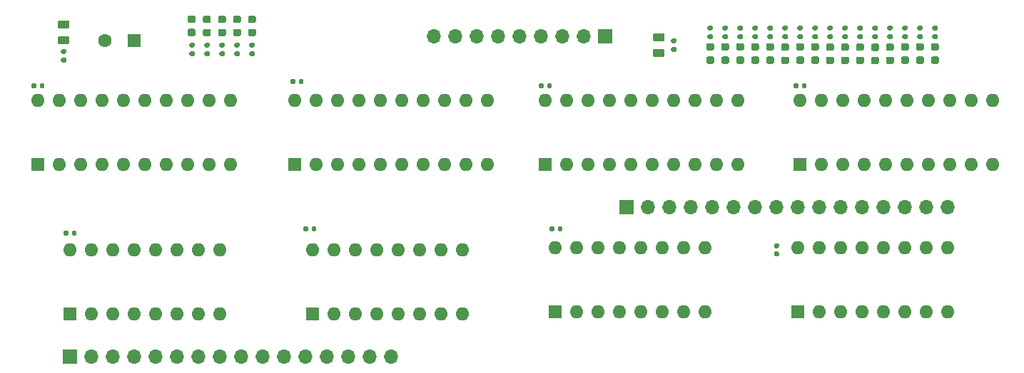
<source format=gbr>
%TF.GenerationSoftware,KiCad,Pcbnew,(5.1.10-1-10_14)*%
%TF.CreationDate,2021-09-30T18:38:52-04:00*%
%TF.ProjectId,address-register,61646472-6573-4732-9d72-656769737465,rev?*%
%TF.SameCoordinates,Original*%
%TF.FileFunction,Soldermask,Top*%
%TF.FilePolarity,Negative*%
%FSLAX46Y46*%
G04 Gerber Fmt 4.6, Leading zero omitted, Abs format (unit mm)*
G04 Created by KiCad (PCBNEW (5.1.10-1-10_14)) date 2021-09-30 18:38:52*
%MOMM*%
%LPD*%
G01*
G04 APERTURE LIST*
%ADD10O,1.600000X1.600000*%
%ADD11R,1.600000X1.600000*%
%ADD12C,1.600000*%
%ADD13O,1.700000X1.700000*%
%ADD14R,1.700000X1.700000*%
G04 APERTURE END LIST*
D10*
%TO.C,U7*%
X226060000Y-182118000D03*
X248920000Y-189738000D03*
X228600000Y-182118000D03*
X246380000Y-189738000D03*
X231140000Y-182118000D03*
X243840000Y-189738000D03*
X233680000Y-182118000D03*
X241300000Y-189738000D03*
X236220000Y-182118000D03*
X238760000Y-189738000D03*
X238760000Y-182118000D03*
X236220000Y-189738000D03*
X241300000Y-182118000D03*
X233680000Y-189738000D03*
X243840000Y-182118000D03*
X231140000Y-189738000D03*
X246380000Y-182118000D03*
X228600000Y-189738000D03*
X248920000Y-182118000D03*
D11*
X226060000Y-189738000D03*
%TD*%
D10*
%TO.C,U6*%
X195834000Y-182118000D03*
X218694000Y-189738000D03*
X198374000Y-182118000D03*
X216154000Y-189738000D03*
X200914000Y-182118000D03*
X213614000Y-189738000D03*
X203454000Y-182118000D03*
X211074000Y-189738000D03*
X205994000Y-182118000D03*
X208534000Y-189738000D03*
X208534000Y-182118000D03*
X205994000Y-189738000D03*
X211074000Y-182118000D03*
X203454000Y-189738000D03*
X213614000Y-182118000D03*
X200914000Y-189738000D03*
X216154000Y-182118000D03*
X198374000Y-189738000D03*
X218694000Y-182118000D03*
D11*
X195834000Y-189738000D03*
%TD*%
D10*
%TO.C,U3*%
X166116000Y-182118000D03*
X188976000Y-189738000D03*
X168656000Y-182118000D03*
X186436000Y-189738000D03*
X171196000Y-182118000D03*
X183896000Y-189738000D03*
X173736000Y-182118000D03*
X181356000Y-189738000D03*
X176276000Y-182118000D03*
X178816000Y-189738000D03*
X178816000Y-182118000D03*
X176276000Y-189738000D03*
X181356000Y-182118000D03*
X173736000Y-189738000D03*
X183896000Y-182118000D03*
X171196000Y-189738000D03*
X186436000Y-182118000D03*
X168656000Y-189738000D03*
X188976000Y-182118000D03*
D11*
X166116000Y-189738000D03*
%TD*%
D10*
%TO.C,U2*%
X135636000Y-182118000D03*
X158496000Y-189738000D03*
X138176000Y-182118000D03*
X155956000Y-189738000D03*
X140716000Y-182118000D03*
X153416000Y-189738000D03*
X143256000Y-182118000D03*
X150876000Y-189738000D03*
X145796000Y-182118000D03*
X148336000Y-189738000D03*
X148336000Y-182118000D03*
X145796000Y-189738000D03*
X150876000Y-182118000D03*
X143256000Y-189738000D03*
X153416000Y-182118000D03*
X140716000Y-189738000D03*
X155956000Y-182118000D03*
X138176000Y-189738000D03*
X158496000Y-182118000D03*
D11*
X135636000Y-189738000D03*
%TD*%
D12*
%TO.C,C1*%
X143566000Y-175006000D03*
D11*
X147066000Y-175006000D03*
%TD*%
D13*
%TO.C,J3*%
X243586000Y-194818000D03*
X241046000Y-194818000D03*
X238506000Y-194818000D03*
X235966000Y-194818000D03*
X233426000Y-194818000D03*
X230886000Y-194818000D03*
X228346000Y-194818000D03*
X225806000Y-194818000D03*
X223266000Y-194818000D03*
X220726000Y-194818000D03*
X218186000Y-194818000D03*
X215646000Y-194818000D03*
X213106000Y-194818000D03*
X210566000Y-194818000D03*
X208026000Y-194818000D03*
D14*
X205486000Y-194818000D03*
%TD*%
D13*
%TO.C,J2*%
X177546000Y-212598000D03*
X175006000Y-212598000D03*
X172466000Y-212598000D03*
X169926000Y-212598000D03*
X167386000Y-212598000D03*
X164846000Y-212598000D03*
X162306000Y-212598000D03*
X159766000Y-212598000D03*
X157226000Y-212598000D03*
X154686000Y-212598000D03*
X152146000Y-212598000D03*
X149606000Y-212598000D03*
X147066000Y-212598000D03*
X144526000Y-212598000D03*
X141986000Y-212598000D03*
D14*
X139446000Y-212598000D03*
%TD*%
D10*
%TO.C,U8*%
X225806000Y-199636000D03*
X243586000Y-207256000D03*
X228346000Y-199636000D03*
X241046000Y-207256000D03*
X230886000Y-199636000D03*
X238506000Y-207256000D03*
X233426000Y-199636000D03*
X235966000Y-207256000D03*
X235966000Y-199636000D03*
X233426000Y-207256000D03*
X238506000Y-199636000D03*
X230886000Y-207256000D03*
X241046000Y-199636000D03*
X228346000Y-207256000D03*
X243586000Y-199636000D03*
D11*
X225806000Y-207256000D03*
%TD*%
D10*
%TO.C,U5*%
X197019332Y-199644000D03*
X214799332Y-207264000D03*
X199559332Y-199644000D03*
X212259332Y-207264000D03*
X202099332Y-199644000D03*
X209719332Y-207264000D03*
X204639332Y-199644000D03*
X207179332Y-207264000D03*
X207179332Y-199644000D03*
X204639332Y-207264000D03*
X209719332Y-199644000D03*
X202099332Y-207264000D03*
X212259332Y-199644000D03*
X199559332Y-207264000D03*
X214799332Y-199644000D03*
D11*
X197019332Y-207264000D03*
%TD*%
D10*
%TO.C,U4*%
X168232666Y-199898000D03*
X186012666Y-207518000D03*
X170772666Y-199898000D03*
X183472666Y-207518000D03*
X173312666Y-199898000D03*
X180932666Y-207518000D03*
X175852666Y-199898000D03*
X178392666Y-207518000D03*
X178392666Y-199898000D03*
X175852666Y-207518000D03*
X180932666Y-199898000D03*
X173312666Y-207518000D03*
X183472666Y-199898000D03*
X170772666Y-207518000D03*
X186012666Y-199898000D03*
D11*
X168232666Y-207518000D03*
%TD*%
D10*
%TO.C,U1*%
X139446000Y-199898000D03*
X157226000Y-207518000D03*
X141986000Y-199898000D03*
X154686000Y-207518000D03*
X144526000Y-199898000D03*
X152146000Y-207518000D03*
X147066000Y-199898000D03*
X149606000Y-207518000D03*
X149606000Y-199898000D03*
X147066000Y-207518000D03*
X152146000Y-199898000D03*
X144526000Y-207518000D03*
X154686000Y-199898000D03*
X141986000Y-207518000D03*
X157226000Y-199898000D03*
D11*
X139446000Y-207518000D03*
%TD*%
%TO.C,R14*%
G36*
G01*
X211259000Y-175274000D02*
X210889000Y-175274000D01*
G75*
G02*
X210754000Y-175139000I0J135000D01*
G01*
X210754000Y-174869000D01*
G75*
G02*
X210889000Y-174734000I135000J0D01*
G01*
X211259000Y-174734000D01*
G75*
G02*
X211394000Y-174869000I0J-135000D01*
G01*
X211394000Y-175139000D01*
G75*
G02*
X211259000Y-175274000I-135000J0D01*
G01*
G37*
G36*
G01*
X211259000Y-176294000D02*
X210889000Y-176294000D01*
G75*
G02*
X210754000Y-176159000I0J135000D01*
G01*
X210754000Y-175889000D01*
G75*
G02*
X210889000Y-175754000I135000J0D01*
G01*
X211259000Y-175754000D01*
G75*
G02*
X211394000Y-175889000I0J-135000D01*
G01*
X211394000Y-176159000D01*
G75*
G02*
X211259000Y-176294000I-135000J0D01*
G01*
G37*
%TD*%
%TO.C,R12*%
G36*
G01*
X160851000Y-176262000D02*
X161221000Y-176262000D01*
G75*
G02*
X161356000Y-176397000I0J-135000D01*
G01*
X161356000Y-176667000D01*
G75*
G02*
X161221000Y-176802000I-135000J0D01*
G01*
X160851000Y-176802000D01*
G75*
G02*
X160716000Y-176667000I0J135000D01*
G01*
X160716000Y-176397000D01*
G75*
G02*
X160851000Y-176262000I135000J0D01*
G01*
G37*
G36*
G01*
X160851000Y-175242000D02*
X161221000Y-175242000D01*
G75*
G02*
X161356000Y-175377000I0J-135000D01*
G01*
X161356000Y-175647000D01*
G75*
G02*
X161221000Y-175782000I-135000J0D01*
G01*
X160851000Y-175782000D01*
G75*
G02*
X160716000Y-175647000I0J135000D01*
G01*
X160716000Y-175377000D01*
G75*
G02*
X160851000Y-175242000I135000J0D01*
G01*
G37*
%TD*%
%TO.C,R10*%
G36*
G01*
X159073000Y-176262000D02*
X159443000Y-176262000D01*
G75*
G02*
X159578000Y-176397000I0J-135000D01*
G01*
X159578000Y-176667000D01*
G75*
G02*
X159443000Y-176802000I-135000J0D01*
G01*
X159073000Y-176802000D01*
G75*
G02*
X158938000Y-176667000I0J135000D01*
G01*
X158938000Y-176397000D01*
G75*
G02*
X159073000Y-176262000I135000J0D01*
G01*
G37*
G36*
G01*
X159073000Y-175242000D02*
X159443000Y-175242000D01*
G75*
G02*
X159578000Y-175377000I0J-135000D01*
G01*
X159578000Y-175647000D01*
G75*
G02*
X159443000Y-175782000I-135000J0D01*
G01*
X159073000Y-175782000D01*
G75*
G02*
X158938000Y-175647000I0J135000D01*
G01*
X158938000Y-175377000D01*
G75*
G02*
X159073000Y-175242000I135000J0D01*
G01*
G37*
%TD*%
%TO.C,R7*%
G36*
G01*
X157295000Y-176262000D02*
X157665000Y-176262000D01*
G75*
G02*
X157800000Y-176397000I0J-135000D01*
G01*
X157800000Y-176667000D01*
G75*
G02*
X157665000Y-176802000I-135000J0D01*
G01*
X157295000Y-176802000D01*
G75*
G02*
X157160000Y-176667000I0J135000D01*
G01*
X157160000Y-176397000D01*
G75*
G02*
X157295000Y-176262000I135000J0D01*
G01*
G37*
G36*
G01*
X157295000Y-175242000D02*
X157665000Y-175242000D01*
G75*
G02*
X157800000Y-175377000I0J-135000D01*
G01*
X157800000Y-175647000D01*
G75*
G02*
X157665000Y-175782000I-135000J0D01*
G01*
X157295000Y-175782000D01*
G75*
G02*
X157160000Y-175647000I0J135000D01*
G01*
X157160000Y-175377000D01*
G75*
G02*
X157295000Y-175242000I135000J0D01*
G01*
G37*
%TD*%
%TO.C,R6*%
G36*
G01*
X138499000Y-177024000D02*
X138869000Y-177024000D01*
G75*
G02*
X139004000Y-177159000I0J-135000D01*
G01*
X139004000Y-177429000D01*
G75*
G02*
X138869000Y-177564000I-135000J0D01*
G01*
X138499000Y-177564000D01*
G75*
G02*
X138364000Y-177429000I0J135000D01*
G01*
X138364000Y-177159000D01*
G75*
G02*
X138499000Y-177024000I135000J0D01*
G01*
G37*
G36*
G01*
X138499000Y-176004000D02*
X138869000Y-176004000D01*
G75*
G02*
X139004000Y-176139000I0J-135000D01*
G01*
X139004000Y-176409000D01*
G75*
G02*
X138869000Y-176544000I-135000J0D01*
G01*
X138499000Y-176544000D01*
G75*
G02*
X138364000Y-176409000I0J135000D01*
G01*
X138364000Y-176139000D01*
G75*
G02*
X138499000Y-176004000I135000J0D01*
G01*
G37*
%TD*%
%TO.C,R4*%
G36*
G01*
X155517000Y-176260000D02*
X155887000Y-176260000D01*
G75*
G02*
X156022000Y-176395000I0J-135000D01*
G01*
X156022000Y-176665000D01*
G75*
G02*
X155887000Y-176800000I-135000J0D01*
G01*
X155517000Y-176800000D01*
G75*
G02*
X155382000Y-176665000I0J135000D01*
G01*
X155382000Y-176395000D01*
G75*
G02*
X155517000Y-176260000I135000J0D01*
G01*
G37*
G36*
G01*
X155517000Y-175240000D02*
X155887000Y-175240000D01*
G75*
G02*
X156022000Y-175375000I0J-135000D01*
G01*
X156022000Y-175645000D01*
G75*
G02*
X155887000Y-175780000I-135000J0D01*
G01*
X155517000Y-175780000D01*
G75*
G02*
X155382000Y-175645000I0J135000D01*
G01*
X155382000Y-175375000D01*
G75*
G02*
X155517000Y-175240000I135000J0D01*
G01*
G37*
%TD*%
%TO.C,R2*%
G36*
G01*
X153739000Y-176262000D02*
X154109000Y-176262000D01*
G75*
G02*
X154244000Y-176397000I0J-135000D01*
G01*
X154244000Y-176667000D01*
G75*
G02*
X154109000Y-176802000I-135000J0D01*
G01*
X153739000Y-176802000D01*
G75*
G02*
X153604000Y-176667000I0J135000D01*
G01*
X153604000Y-176397000D01*
G75*
G02*
X153739000Y-176262000I135000J0D01*
G01*
G37*
G36*
G01*
X153739000Y-175242000D02*
X154109000Y-175242000D01*
G75*
G02*
X154244000Y-175377000I0J-135000D01*
G01*
X154244000Y-175647000D01*
G75*
G02*
X154109000Y-175782000I-135000J0D01*
G01*
X153739000Y-175782000D01*
G75*
G02*
X153604000Y-175647000I0J135000D01*
G01*
X153604000Y-175377000D01*
G75*
G02*
X153739000Y-175242000I135000J0D01*
G01*
G37*
%TD*%
D13*
%TO.C,J1*%
X182626000Y-174498000D03*
X185166000Y-174498000D03*
X187706000Y-174498000D03*
X190246000Y-174498000D03*
X192786000Y-174498000D03*
X195326000Y-174498000D03*
X197866000Y-174498000D03*
X200406000Y-174498000D03*
D14*
X202946000Y-174498000D03*
%TD*%
%TO.C,D14*%
G36*
G01*
X209752250Y-175064000D02*
X208839750Y-175064000D01*
G75*
G02*
X208596000Y-174820250I0J243750D01*
G01*
X208596000Y-174332750D01*
G75*
G02*
X208839750Y-174089000I243750J0D01*
G01*
X209752250Y-174089000D01*
G75*
G02*
X209996000Y-174332750I0J-243750D01*
G01*
X209996000Y-174820250D01*
G75*
G02*
X209752250Y-175064000I-243750J0D01*
G01*
G37*
G36*
G01*
X209752250Y-176939000D02*
X208839750Y-176939000D01*
G75*
G02*
X208596000Y-176695250I0J243750D01*
G01*
X208596000Y-176207750D01*
G75*
G02*
X208839750Y-175964000I243750J0D01*
G01*
X209752250Y-175964000D01*
G75*
G02*
X209996000Y-176207750I0J-243750D01*
G01*
X209996000Y-176695250D01*
G75*
G02*
X209752250Y-176939000I-243750J0D01*
G01*
G37*
%TD*%
%TO.C,D12*%
G36*
G01*
X161292250Y-172878000D02*
X160779750Y-172878000D01*
G75*
G02*
X160561000Y-172659250I0J218750D01*
G01*
X160561000Y-172221750D01*
G75*
G02*
X160779750Y-172003000I218750J0D01*
G01*
X161292250Y-172003000D01*
G75*
G02*
X161511000Y-172221750I0J-218750D01*
G01*
X161511000Y-172659250D01*
G75*
G02*
X161292250Y-172878000I-218750J0D01*
G01*
G37*
G36*
G01*
X161292250Y-174453000D02*
X160779750Y-174453000D01*
G75*
G02*
X160561000Y-174234250I0J218750D01*
G01*
X160561000Y-173796750D01*
G75*
G02*
X160779750Y-173578000I218750J0D01*
G01*
X161292250Y-173578000D01*
G75*
G02*
X161511000Y-173796750I0J-218750D01*
G01*
X161511000Y-174234250D01*
G75*
G02*
X161292250Y-174453000I-218750J0D01*
G01*
G37*
%TD*%
%TO.C,D10*%
G36*
G01*
X159514250Y-172878000D02*
X159001750Y-172878000D01*
G75*
G02*
X158783000Y-172659250I0J218750D01*
G01*
X158783000Y-172221750D01*
G75*
G02*
X159001750Y-172003000I218750J0D01*
G01*
X159514250Y-172003000D01*
G75*
G02*
X159733000Y-172221750I0J-218750D01*
G01*
X159733000Y-172659250D01*
G75*
G02*
X159514250Y-172878000I-218750J0D01*
G01*
G37*
G36*
G01*
X159514250Y-174453000D02*
X159001750Y-174453000D01*
G75*
G02*
X158783000Y-174234250I0J218750D01*
G01*
X158783000Y-173796750D01*
G75*
G02*
X159001750Y-173578000I218750J0D01*
G01*
X159514250Y-173578000D01*
G75*
G02*
X159733000Y-173796750I0J-218750D01*
G01*
X159733000Y-174234250D01*
G75*
G02*
X159514250Y-174453000I-218750J0D01*
G01*
G37*
%TD*%
%TO.C,D7*%
G36*
G01*
X157736250Y-172878000D02*
X157223750Y-172878000D01*
G75*
G02*
X157005000Y-172659250I0J218750D01*
G01*
X157005000Y-172221750D01*
G75*
G02*
X157223750Y-172003000I218750J0D01*
G01*
X157736250Y-172003000D01*
G75*
G02*
X157955000Y-172221750I0J-218750D01*
G01*
X157955000Y-172659250D01*
G75*
G02*
X157736250Y-172878000I-218750J0D01*
G01*
G37*
G36*
G01*
X157736250Y-174453000D02*
X157223750Y-174453000D01*
G75*
G02*
X157005000Y-174234250I0J218750D01*
G01*
X157005000Y-173796750D01*
G75*
G02*
X157223750Y-173578000I218750J0D01*
G01*
X157736250Y-173578000D01*
G75*
G02*
X157955000Y-173796750I0J-218750D01*
G01*
X157955000Y-174234250D01*
G75*
G02*
X157736250Y-174453000I-218750J0D01*
G01*
G37*
%TD*%
%TO.C,D6*%
G36*
G01*
X139140250Y-173540000D02*
X138227750Y-173540000D01*
G75*
G02*
X137984000Y-173296250I0J243750D01*
G01*
X137984000Y-172808750D01*
G75*
G02*
X138227750Y-172565000I243750J0D01*
G01*
X139140250Y-172565000D01*
G75*
G02*
X139384000Y-172808750I0J-243750D01*
G01*
X139384000Y-173296250D01*
G75*
G02*
X139140250Y-173540000I-243750J0D01*
G01*
G37*
G36*
G01*
X139140250Y-175415000D02*
X138227750Y-175415000D01*
G75*
G02*
X137984000Y-175171250I0J243750D01*
G01*
X137984000Y-174683750D01*
G75*
G02*
X138227750Y-174440000I243750J0D01*
G01*
X139140250Y-174440000D01*
G75*
G02*
X139384000Y-174683750I0J-243750D01*
G01*
X139384000Y-175171250D01*
G75*
G02*
X139140250Y-175415000I-243750J0D01*
G01*
G37*
%TD*%
%TO.C,D4*%
G36*
G01*
X155932750Y-172878000D02*
X155420250Y-172878000D01*
G75*
G02*
X155201500Y-172659250I0J218750D01*
G01*
X155201500Y-172221750D01*
G75*
G02*
X155420250Y-172003000I218750J0D01*
G01*
X155932750Y-172003000D01*
G75*
G02*
X156151500Y-172221750I0J-218750D01*
G01*
X156151500Y-172659250D01*
G75*
G02*
X155932750Y-172878000I-218750J0D01*
G01*
G37*
G36*
G01*
X155932750Y-174453000D02*
X155420250Y-174453000D01*
G75*
G02*
X155201500Y-174234250I0J218750D01*
G01*
X155201500Y-173796750D01*
G75*
G02*
X155420250Y-173578000I218750J0D01*
G01*
X155932750Y-173578000D01*
G75*
G02*
X156151500Y-173796750I0J-218750D01*
G01*
X156151500Y-174234250D01*
G75*
G02*
X155932750Y-174453000I-218750J0D01*
G01*
G37*
%TD*%
%TO.C,D2*%
G36*
G01*
X154120250Y-172866000D02*
X153607750Y-172866000D01*
G75*
G02*
X153389000Y-172647250I0J218750D01*
G01*
X153389000Y-172209750D01*
G75*
G02*
X153607750Y-171991000I218750J0D01*
G01*
X154120250Y-171991000D01*
G75*
G02*
X154339000Y-172209750I0J-218750D01*
G01*
X154339000Y-172647250D01*
G75*
G02*
X154120250Y-172866000I-218750J0D01*
G01*
G37*
G36*
G01*
X154120250Y-174441000D02*
X153607750Y-174441000D01*
G75*
G02*
X153389000Y-174222250I0J218750D01*
G01*
X153389000Y-173784750D01*
G75*
G02*
X153607750Y-173566000I218750J0D01*
G01*
X154120250Y-173566000D01*
G75*
G02*
X154339000Y-173784750I0J-218750D01*
G01*
X154339000Y-174222250D01*
G75*
G02*
X154120250Y-174441000I-218750J0D01*
G01*
G37*
%TD*%
%TO.C,C9*%
G36*
G01*
X196904000Y-197188000D02*
X196904000Y-197528000D01*
G75*
G02*
X196764000Y-197668000I-140000J0D01*
G01*
X196484000Y-197668000D01*
G75*
G02*
X196344000Y-197528000I0J140000D01*
G01*
X196344000Y-197188000D01*
G75*
G02*
X196484000Y-197048000I140000J0D01*
G01*
X196764000Y-197048000D01*
G75*
G02*
X196904000Y-197188000I0J-140000D01*
G01*
G37*
G36*
G01*
X197864000Y-197188000D02*
X197864000Y-197528000D01*
G75*
G02*
X197724000Y-197668000I-140000J0D01*
G01*
X197444000Y-197668000D01*
G75*
G02*
X197304000Y-197528000I0J140000D01*
G01*
X197304000Y-197188000D01*
G75*
G02*
X197444000Y-197048000I140000J0D01*
G01*
X197724000Y-197048000D01*
G75*
G02*
X197864000Y-197188000I0J-140000D01*
G01*
G37*
%TD*%
%TO.C,C8*%
G36*
G01*
X167694000Y-197188000D02*
X167694000Y-197528000D01*
G75*
G02*
X167554000Y-197668000I-140000J0D01*
G01*
X167274000Y-197668000D01*
G75*
G02*
X167134000Y-197528000I0J140000D01*
G01*
X167134000Y-197188000D01*
G75*
G02*
X167274000Y-197048000I140000J0D01*
G01*
X167554000Y-197048000D01*
G75*
G02*
X167694000Y-197188000I0J-140000D01*
G01*
G37*
G36*
G01*
X168654000Y-197188000D02*
X168654000Y-197528000D01*
G75*
G02*
X168514000Y-197668000I-140000J0D01*
G01*
X168234000Y-197668000D01*
G75*
G02*
X168094000Y-197528000I0J140000D01*
G01*
X168094000Y-197188000D01*
G75*
G02*
X168234000Y-197048000I140000J0D01*
G01*
X168514000Y-197048000D01*
G75*
G02*
X168654000Y-197188000I0J-140000D01*
G01*
G37*
%TD*%
%TO.C,C7*%
G36*
G01*
X195634000Y-180170000D02*
X195634000Y-180510000D01*
G75*
G02*
X195494000Y-180650000I-140000J0D01*
G01*
X195214000Y-180650000D01*
G75*
G02*
X195074000Y-180510000I0J140000D01*
G01*
X195074000Y-180170000D01*
G75*
G02*
X195214000Y-180030000I140000J0D01*
G01*
X195494000Y-180030000D01*
G75*
G02*
X195634000Y-180170000I0J-140000D01*
G01*
G37*
G36*
G01*
X196594000Y-180170000D02*
X196594000Y-180510000D01*
G75*
G02*
X196454000Y-180650000I-140000J0D01*
G01*
X196174000Y-180650000D01*
G75*
G02*
X196034000Y-180510000I0J140000D01*
G01*
X196034000Y-180170000D01*
G75*
G02*
X196174000Y-180030000I140000J0D01*
G01*
X196454000Y-180030000D01*
G75*
G02*
X196594000Y-180170000I0J-140000D01*
G01*
G37*
%TD*%
%TO.C,C6*%
G36*
G01*
X166170000Y-179662000D02*
X166170000Y-180002000D01*
G75*
G02*
X166030000Y-180142000I-140000J0D01*
G01*
X165750000Y-180142000D01*
G75*
G02*
X165610000Y-180002000I0J140000D01*
G01*
X165610000Y-179662000D01*
G75*
G02*
X165750000Y-179522000I140000J0D01*
G01*
X166030000Y-179522000D01*
G75*
G02*
X166170000Y-179662000I0J-140000D01*
G01*
G37*
G36*
G01*
X167130000Y-179662000D02*
X167130000Y-180002000D01*
G75*
G02*
X166990000Y-180142000I-140000J0D01*
G01*
X166710000Y-180142000D01*
G75*
G02*
X166570000Y-180002000I0J140000D01*
G01*
X166570000Y-179662000D01*
G75*
G02*
X166710000Y-179522000I140000J0D01*
G01*
X166990000Y-179522000D01*
G75*
G02*
X167130000Y-179662000I0J-140000D01*
G01*
G37*
%TD*%
%TO.C,C5*%
G36*
G01*
X139646000Y-198036000D02*
X139646000Y-197696000D01*
G75*
G02*
X139786000Y-197556000I140000J0D01*
G01*
X140066000Y-197556000D01*
G75*
G02*
X140206000Y-197696000I0J-140000D01*
G01*
X140206000Y-198036000D01*
G75*
G02*
X140066000Y-198176000I-140000J0D01*
G01*
X139786000Y-198176000D01*
G75*
G02*
X139646000Y-198036000I0J140000D01*
G01*
G37*
G36*
G01*
X138686000Y-198036000D02*
X138686000Y-197696000D01*
G75*
G02*
X138826000Y-197556000I140000J0D01*
G01*
X139106000Y-197556000D01*
G75*
G02*
X139246000Y-197696000I0J-140000D01*
G01*
X139246000Y-198036000D01*
G75*
G02*
X139106000Y-198176000I-140000J0D01*
G01*
X138826000Y-198176000D01*
G75*
G02*
X138686000Y-198036000I0J140000D01*
G01*
G37*
%TD*%
%TO.C,C4*%
G36*
G01*
X135436000Y-180170000D02*
X135436000Y-180510000D01*
G75*
G02*
X135296000Y-180650000I-140000J0D01*
G01*
X135016000Y-180650000D01*
G75*
G02*
X134876000Y-180510000I0J140000D01*
G01*
X134876000Y-180170000D01*
G75*
G02*
X135016000Y-180030000I140000J0D01*
G01*
X135296000Y-180030000D01*
G75*
G02*
X135436000Y-180170000I0J-140000D01*
G01*
G37*
G36*
G01*
X136396000Y-180170000D02*
X136396000Y-180510000D01*
G75*
G02*
X136256000Y-180650000I-140000J0D01*
G01*
X135976000Y-180650000D01*
G75*
G02*
X135836000Y-180510000I0J140000D01*
G01*
X135836000Y-180170000D01*
G75*
G02*
X135976000Y-180030000I140000J0D01*
G01*
X136256000Y-180030000D01*
G75*
G02*
X136396000Y-180170000I0J-140000D01*
G01*
G37*
%TD*%
%TO.C,C3*%
G36*
G01*
X223096000Y-200070000D02*
X223436000Y-200070000D01*
G75*
G02*
X223576000Y-200210000I0J-140000D01*
G01*
X223576000Y-200490000D01*
G75*
G02*
X223436000Y-200630000I-140000J0D01*
G01*
X223096000Y-200630000D01*
G75*
G02*
X222956000Y-200490000I0J140000D01*
G01*
X222956000Y-200210000D01*
G75*
G02*
X223096000Y-200070000I140000J0D01*
G01*
G37*
G36*
G01*
X223096000Y-199110000D02*
X223436000Y-199110000D01*
G75*
G02*
X223576000Y-199250000I0J-140000D01*
G01*
X223576000Y-199530000D01*
G75*
G02*
X223436000Y-199670000I-140000J0D01*
G01*
X223096000Y-199670000D01*
G75*
G02*
X222956000Y-199530000I0J140000D01*
G01*
X222956000Y-199250000D01*
G75*
G02*
X223096000Y-199110000I140000J0D01*
G01*
G37*
%TD*%
%TO.C,C2*%
G36*
G01*
X225860000Y-180170000D02*
X225860000Y-180510000D01*
G75*
G02*
X225720000Y-180650000I-140000J0D01*
G01*
X225440000Y-180650000D01*
G75*
G02*
X225300000Y-180510000I0J140000D01*
G01*
X225300000Y-180170000D01*
G75*
G02*
X225440000Y-180030000I140000J0D01*
G01*
X225720000Y-180030000D01*
G75*
G02*
X225860000Y-180170000I0J-140000D01*
G01*
G37*
G36*
G01*
X226820000Y-180170000D02*
X226820000Y-180510000D01*
G75*
G02*
X226680000Y-180650000I-140000J0D01*
G01*
X226400000Y-180650000D01*
G75*
G02*
X226260000Y-180510000I0J140000D01*
G01*
X226260000Y-180170000D01*
G75*
G02*
X226400000Y-180030000I140000J0D01*
G01*
X226680000Y-180030000D01*
G75*
G02*
X226820000Y-180170000I0J-140000D01*
G01*
G37*
%TD*%
%TO.C,R5*%
G36*
G01*
X238691000Y-173748000D02*
X238321000Y-173748000D01*
G75*
G02*
X238186000Y-173613000I0J135000D01*
G01*
X238186000Y-173343000D01*
G75*
G02*
X238321000Y-173208000I135000J0D01*
G01*
X238691000Y-173208000D01*
G75*
G02*
X238826000Y-173343000I0J-135000D01*
G01*
X238826000Y-173613000D01*
G75*
G02*
X238691000Y-173748000I-135000J0D01*
G01*
G37*
G36*
G01*
X238691000Y-174768000D02*
X238321000Y-174768000D01*
G75*
G02*
X238186000Y-174633000I0J135000D01*
G01*
X238186000Y-174363000D01*
G75*
G02*
X238321000Y-174228000I135000J0D01*
G01*
X238691000Y-174228000D01*
G75*
G02*
X238826000Y-174363000I0J-135000D01*
G01*
X238826000Y-174633000D01*
G75*
G02*
X238691000Y-174768000I-135000J0D01*
G01*
G37*
%TD*%
%TO.C,D1*%
G36*
G01*
X241805750Y-176854500D02*
X242318250Y-176854500D01*
G75*
G02*
X242537000Y-177073250I0J-218750D01*
G01*
X242537000Y-177510750D01*
G75*
G02*
X242318250Y-177729500I-218750J0D01*
G01*
X241805750Y-177729500D01*
G75*
G02*
X241587000Y-177510750I0J218750D01*
G01*
X241587000Y-177073250D01*
G75*
G02*
X241805750Y-176854500I218750J0D01*
G01*
G37*
G36*
G01*
X241805750Y-175279500D02*
X242318250Y-175279500D01*
G75*
G02*
X242537000Y-175498250I0J-218750D01*
G01*
X242537000Y-175935750D01*
G75*
G02*
X242318250Y-176154500I-218750J0D01*
G01*
X241805750Y-176154500D01*
G75*
G02*
X241587000Y-175935750I0J218750D01*
G01*
X241587000Y-175498250D01*
G75*
G02*
X241805750Y-175279500I218750J0D01*
G01*
G37*
%TD*%
%TO.C,D3*%
G36*
G01*
X240027750Y-176854500D02*
X240540250Y-176854500D01*
G75*
G02*
X240759000Y-177073250I0J-218750D01*
G01*
X240759000Y-177510750D01*
G75*
G02*
X240540250Y-177729500I-218750J0D01*
G01*
X240027750Y-177729500D01*
G75*
G02*
X239809000Y-177510750I0J218750D01*
G01*
X239809000Y-177073250D01*
G75*
G02*
X240027750Y-176854500I218750J0D01*
G01*
G37*
G36*
G01*
X240027750Y-175279500D02*
X240540250Y-175279500D01*
G75*
G02*
X240759000Y-175498250I0J-218750D01*
G01*
X240759000Y-175935750D01*
G75*
G02*
X240540250Y-176154500I-218750J0D01*
G01*
X240027750Y-176154500D01*
G75*
G02*
X239809000Y-175935750I0J218750D01*
G01*
X239809000Y-175498250D01*
G75*
G02*
X240027750Y-175279500I218750J0D01*
G01*
G37*
%TD*%
%TO.C,D5*%
G36*
G01*
X238249750Y-176854500D02*
X238762250Y-176854500D01*
G75*
G02*
X238981000Y-177073250I0J-218750D01*
G01*
X238981000Y-177510750D01*
G75*
G02*
X238762250Y-177729500I-218750J0D01*
G01*
X238249750Y-177729500D01*
G75*
G02*
X238031000Y-177510750I0J218750D01*
G01*
X238031000Y-177073250D01*
G75*
G02*
X238249750Y-176854500I218750J0D01*
G01*
G37*
G36*
G01*
X238249750Y-175279500D02*
X238762250Y-175279500D01*
G75*
G02*
X238981000Y-175498250I0J-218750D01*
G01*
X238981000Y-175935750D01*
G75*
G02*
X238762250Y-176154500I-218750J0D01*
G01*
X238249750Y-176154500D01*
G75*
G02*
X238031000Y-175935750I0J218750D01*
G01*
X238031000Y-175498250D01*
G75*
G02*
X238249750Y-175279500I218750J0D01*
G01*
G37*
%TD*%
%TO.C,D8*%
G36*
G01*
X236471750Y-176880000D02*
X236984250Y-176880000D01*
G75*
G02*
X237203000Y-177098750I0J-218750D01*
G01*
X237203000Y-177536250D01*
G75*
G02*
X236984250Y-177755000I-218750J0D01*
G01*
X236471750Y-177755000D01*
G75*
G02*
X236253000Y-177536250I0J218750D01*
G01*
X236253000Y-177098750D01*
G75*
G02*
X236471750Y-176880000I218750J0D01*
G01*
G37*
G36*
G01*
X236471750Y-175305000D02*
X236984250Y-175305000D01*
G75*
G02*
X237203000Y-175523750I0J-218750D01*
G01*
X237203000Y-175961250D01*
G75*
G02*
X236984250Y-176180000I-218750J0D01*
G01*
X236471750Y-176180000D01*
G75*
G02*
X236253000Y-175961250I0J218750D01*
G01*
X236253000Y-175523750D01*
G75*
G02*
X236471750Y-175305000I218750J0D01*
G01*
G37*
%TD*%
%TO.C,D9*%
G36*
G01*
X234693750Y-176905500D02*
X235206250Y-176905500D01*
G75*
G02*
X235425000Y-177124250I0J-218750D01*
G01*
X235425000Y-177561750D01*
G75*
G02*
X235206250Y-177780500I-218750J0D01*
G01*
X234693750Y-177780500D01*
G75*
G02*
X234475000Y-177561750I0J218750D01*
G01*
X234475000Y-177124250D01*
G75*
G02*
X234693750Y-176905500I218750J0D01*
G01*
G37*
G36*
G01*
X234693750Y-175330500D02*
X235206250Y-175330500D01*
G75*
G02*
X235425000Y-175549250I0J-218750D01*
G01*
X235425000Y-175986750D01*
G75*
G02*
X235206250Y-176205500I-218750J0D01*
G01*
X234693750Y-176205500D01*
G75*
G02*
X234475000Y-175986750I0J218750D01*
G01*
X234475000Y-175549250D01*
G75*
G02*
X234693750Y-175330500I218750J0D01*
G01*
G37*
%TD*%
%TO.C,R8*%
G36*
G01*
X236913000Y-173750000D02*
X236543000Y-173750000D01*
G75*
G02*
X236408000Y-173615000I0J135000D01*
G01*
X236408000Y-173345000D01*
G75*
G02*
X236543000Y-173210000I135000J0D01*
G01*
X236913000Y-173210000D01*
G75*
G02*
X237048000Y-173345000I0J-135000D01*
G01*
X237048000Y-173615000D01*
G75*
G02*
X236913000Y-173750000I-135000J0D01*
G01*
G37*
G36*
G01*
X236913000Y-174770000D02*
X236543000Y-174770000D01*
G75*
G02*
X236408000Y-174635000I0J135000D01*
G01*
X236408000Y-174365000D01*
G75*
G02*
X236543000Y-174230000I135000J0D01*
G01*
X236913000Y-174230000D01*
G75*
G02*
X237048000Y-174365000I0J-135000D01*
G01*
X237048000Y-174635000D01*
G75*
G02*
X236913000Y-174770000I-135000J0D01*
G01*
G37*
%TD*%
%TO.C,D11*%
G36*
G01*
X232915750Y-176880000D02*
X233428250Y-176880000D01*
G75*
G02*
X233647000Y-177098750I0J-218750D01*
G01*
X233647000Y-177536250D01*
G75*
G02*
X233428250Y-177755000I-218750J0D01*
G01*
X232915750Y-177755000D01*
G75*
G02*
X232697000Y-177536250I0J218750D01*
G01*
X232697000Y-177098750D01*
G75*
G02*
X232915750Y-176880000I218750J0D01*
G01*
G37*
G36*
G01*
X232915750Y-175305000D02*
X233428250Y-175305000D01*
G75*
G02*
X233647000Y-175523750I0J-218750D01*
G01*
X233647000Y-175961250D01*
G75*
G02*
X233428250Y-176180000I-218750J0D01*
G01*
X232915750Y-176180000D01*
G75*
G02*
X232697000Y-175961250I0J218750D01*
G01*
X232697000Y-175523750D01*
G75*
G02*
X232915750Y-175305000I218750J0D01*
G01*
G37*
%TD*%
%TO.C,D13*%
G36*
G01*
X231137750Y-176880000D02*
X231650250Y-176880000D01*
G75*
G02*
X231869000Y-177098750I0J-218750D01*
G01*
X231869000Y-177536250D01*
G75*
G02*
X231650250Y-177755000I-218750J0D01*
G01*
X231137750Y-177755000D01*
G75*
G02*
X230919000Y-177536250I0J218750D01*
G01*
X230919000Y-177098750D01*
G75*
G02*
X231137750Y-176880000I218750J0D01*
G01*
G37*
G36*
G01*
X231137750Y-175305000D02*
X231650250Y-175305000D01*
G75*
G02*
X231869000Y-175523750I0J-218750D01*
G01*
X231869000Y-175961250D01*
G75*
G02*
X231650250Y-176180000I-218750J0D01*
G01*
X231137750Y-176180000D01*
G75*
G02*
X230919000Y-175961250I0J218750D01*
G01*
X230919000Y-175523750D01*
G75*
G02*
X231137750Y-175305000I218750J0D01*
G01*
G37*
%TD*%
%TO.C,D15*%
G36*
G01*
X229359750Y-176880000D02*
X229872250Y-176880000D01*
G75*
G02*
X230091000Y-177098750I0J-218750D01*
G01*
X230091000Y-177536250D01*
G75*
G02*
X229872250Y-177755000I-218750J0D01*
G01*
X229359750Y-177755000D01*
G75*
G02*
X229141000Y-177536250I0J218750D01*
G01*
X229141000Y-177098750D01*
G75*
G02*
X229359750Y-176880000I218750J0D01*
G01*
G37*
G36*
G01*
X229359750Y-175305000D02*
X229872250Y-175305000D01*
G75*
G02*
X230091000Y-175523750I0J-218750D01*
G01*
X230091000Y-175961250D01*
G75*
G02*
X229872250Y-176180000I-218750J0D01*
G01*
X229359750Y-176180000D01*
G75*
G02*
X229141000Y-175961250I0J218750D01*
G01*
X229141000Y-175523750D01*
G75*
G02*
X229359750Y-175305000I218750J0D01*
G01*
G37*
%TD*%
%TO.C,D16*%
G36*
G01*
X227581750Y-176854500D02*
X228094250Y-176854500D01*
G75*
G02*
X228313000Y-177073250I0J-218750D01*
G01*
X228313000Y-177510750D01*
G75*
G02*
X228094250Y-177729500I-218750J0D01*
G01*
X227581750Y-177729500D01*
G75*
G02*
X227363000Y-177510750I0J218750D01*
G01*
X227363000Y-177073250D01*
G75*
G02*
X227581750Y-176854500I218750J0D01*
G01*
G37*
G36*
G01*
X227581750Y-175279500D02*
X228094250Y-175279500D01*
G75*
G02*
X228313000Y-175498250I0J-218750D01*
G01*
X228313000Y-175935750D01*
G75*
G02*
X228094250Y-176154500I-218750J0D01*
G01*
X227581750Y-176154500D01*
G75*
G02*
X227363000Y-175935750I0J218750D01*
G01*
X227363000Y-175498250D01*
G75*
G02*
X227581750Y-175279500I218750J0D01*
G01*
G37*
%TD*%
%TO.C,D17*%
G36*
G01*
X225803750Y-176854500D02*
X226316250Y-176854500D01*
G75*
G02*
X226535000Y-177073250I0J-218750D01*
G01*
X226535000Y-177510750D01*
G75*
G02*
X226316250Y-177729500I-218750J0D01*
G01*
X225803750Y-177729500D01*
G75*
G02*
X225585000Y-177510750I0J218750D01*
G01*
X225585000Y-177073250D01*
G75*
G02*
X225803750Y-176854500I218750J0D01*
G01*
G37*
G36*
G01*
X225803750Y-175279500D02*
X226316250Y-175279500D01*
G75*
G02*
X226535000Y-175498250I0J-218750D01*
G01*
X226535000Y-175935750D01*
G75*
G02*
X226316250Y-176154500I-218750J0D01*
G01*
X225803750Y-176154500D01*
G75*
G02*
X225585000Y-175935750I0J218750D01*
G01*
X225585000Y-175498250D01*
G75*
G02*
X225803750Y-175279500I218750J0D01*
G01*
G37*
%TD*%
%TO.C,D18*%
G36*
G01*
X224025750Y-176880000D02*
X224538250Y-176880000D01*
G75*
G02*
X224757000Y-177098750I0J-218750D01*
G01*
X224757000Y-177536250D01*
G75*
G02*
X224538250Y-177755000I-218750J0D01*
G01*
X224025750Y-177755000D01*
G75*
G02*
X223807000Y-177536250I0J218750D01*
G01*
X223807000Y-177098750D01*
G75*
G02*
X224025750Y-176880000I218750J0D01*
G01*
G37*
G36*
G01*
X224025750Y-175305000D02*
X224538250Y-175305000D01*
G75*
G02*
X224757000Y-175523750I0J-218750D01*
G01*
X224757000Y-175961250D01*
G75*
G02*
X224538250Y-176180000I-218750J0D01*
G01*
X224025750Y-176180000D01*
G75*
G02*
X223807000Y-175961250I0J218750D01*
G01*
X223807000Y-175523750D01*
G75*
G02*
X224025750Y-175305000I218750J0D01*
G01*
G37*
%TD*%
%TO.C,D19*%
G36*
G01*
X222247750Y-176854500D02*
X222760250Y-176854500D01*
G75*
G02*
X222979000Y-177073250I0J-218750D01*
G01*
X222979000Y-177510750D01*
G75*
G02*
X222760250Y-177729500I-218750J0D01*
G01*
X222247750Y-177729500D01*
G75*
G02*
X222029000Y-177510750I0J218750D01*
G01*
X222029000Y-177073250D01*
G75*
G02*
X222247750Y-176854500I218750J0D01*
G01*
G37*
G36*
G01*
X222247750Y-175279500D02*
X222760250Y-175279500D01*
G75*
G02*
X222979000Y-175498250I0J-218750D01*
G01*
X222979000Y-175935750D01*
G75*
G02*
X222760250Y-176154500I-218750J0D01*
G01*
X222247750Y-176154500D01*
G75*
G02*
X222029000Y-175935750I0J218750D01*
G01*
X222029000Y-175498250D01*
G75*
G02*
X222247750Y-175279500I218750J0D01*
G01*
G37*
%TD*%
%TO.C,D20*%
G36*
G01*
X220469750Y-176854500D02*
X220982250Y-176854500D01*
G75*
G02*
X221201000Y-177073250I0J-218750D01*
G01*
X221201000Y-177510750D01*
G75*
G02*
X220982250Y-177729500I-218750J0D01*
G01*
X220469750Y-177729500D01*
G75*
G02*
X220251000Y-177510750I0J218750D01*
G01*
X220251000Y-177073250D01*
G75*
G02*
X220469750Y-176854500I218750J0D01*
G01*
G37*
G36*
G01*
X220469750Y-175279500D02*
X220982250Y-175279500D01*
G75*
G02*
X221201000Y-175498250I0J-218750D01*
G01*
X221201000Y-175935750D01*
G75*
G02*
X220982250Y-176154500I-218750J0D01*
G01*
X220469750Y-176154500D01*
G75*
G02*
X220251000Y-175935750I0J218750D01*
G01*
X220251000Y-175498250D01*
G75*
G02*
X220469750Y-175279500I218750J0D01*
G01*
G37*
%TD*%
%TO.C,D21*%
G36*
G01*
X218691750Y-176854500D02*
X219204250Y-176854500D01*
G75*
G02*
X219423000Y-177073250I0J-218750D01*
G01*
X219423000Y-177510750D01*
G75*
G02*
X219204250Y-177729500I-218750J0D01*
G01*
X218691750Y-177729500D01*
G75*
G02*
X218473000Y-177510750I0J218750D01*
G01*
X218473000Y-177073250D01*
G75*
G02*
X218691750Y-176854500I218750J0D01*
G01*
G37*
G36*
G01*
X218691750Y-175279500D02*
X219204250Y-175279500D01*
G75*
G02*
X219423000Y-175498250I0J-218750D01*
G01*
X219423000Y-175935750D01*
G75*
G02*
X219204250Y-176154500I-218750J0D01*
G01*
X218691750Y-176154500D01*
G75*
G02*
X218473000Y-175935750I0J218750D01*
G01*
X218473000Y-175498250D01*
G75*
G02*
X218691750Y-175279500I218750J0D01*
G01*
G37*
%TD*%
%TO.C,D22*%
G36*
G01*
X216913750Y-176854500D02*
X217426250Y-176854500D01*
G75*
G02*
X217645000Y-177073250I0J-218750D01*
G01*
X217645000Y-177510750D01*
G75*
G02*
X217426250Y-177729500I-218750J0D01*
G01*
X216913750Y-177729500D01*
G75*
G02*
X216695000Y-177510750I0J218750D01*
G01*
X216695000Y-177073250D01*
G75*
G02*
X216913750Y-176854500I218750J0D01*
G01*
G37*
G36*
G01*
X216913750Y-175279500D02*
X217426250Y-175279500D01*
G75*
G02*
X217645000Y-175498250I0J-218750D01*
G01*
X217645000Y-175935750D01*
G75*
G02*
X217426250Y-176154500I-218750J0D01*
G01*
X216913750Y-176154500D01*
G75*
G02*
X216695000Y-175935750I0J218750D01*
G01*
X216695000Y-175498250D01*
G75*
G02*
X216913750Y-175279500I218750J0D01*
G01*
G37*
%TD*%
%TO.C,D23*%
G36*
G01*
X215135750Y-176854500D02*
X215648250Y-176854500D01*
G75*
G02*
X215867000Y-177073250I0J-218750D01*
G01*
X215867000Y-177510750D01*
G75*
G02*
X215648250Y-177729500I-218750J0D01*
G01*
X215135750Y-177729500D01*
G75*
G02*
X214917000Y-177510750I0J218750D01*
G01*
X214917000Y-177073250D01*
G75*
G02*
X215135750Y-176854500I218750J0D01*
G01*
G37*
G36*
G01*
X215135750Y-175279500D02*
X215648250Y-175279500D01*
G75*
G02*
X215867000Y-175498250I0J-218750D01*
G01*
X215867000Y-175935750D01*
G75*
G02*
X215648250Y-176154500I-218750J0D01*
G01*
X215135750Y-176154500D01*
G75*
G02*
X214917000Y-175935750I0J218750D01*
G01*
X214917000Y-175498250D01*
G75*
G02*
X215135750Y-175279500I218750J0D01*
G01*
G37*
%TD*%
%TO.C,R1*%
G36*
G01*
X242247000Y-173752000D02*
X241877000Y-173752000D01*
G75*
G02*
X241742000Y-173617000I0J135000D01*
G01*
X241742000Y-173347000D01*
G75*
G02*
X241877000Y-173212000I135000J0D01*
G01*
X242247000Y-173212000D01*
G75*
G02*
X242382000Y-173347000I0J-135000D01*
G01*
X242382000Y-173617000D01*
G75*
G02*
X242247000Y-173752000I-135000J0D01*
G01*
G37*
G36*
G01*
X242247000Y-174772000D02*
X241877000Y-174772000D01*
G75*
G02*
X241742000Y-174637000I0J135000D01*
G01*
X241742000Y-174367000D01*
G75*
G02*
X241877000Y-174232000I135000J0D01*
G01*
X242247000Y-174232000D01*
G75*
G02*
X242382000Y-174367000I0J-135000D01*
G01*
X242382000Y-174637000D01*
G75*
G02*
X242247000Y-174772000I-135000J0D01*
G01*
G37*
%TD*%
%TO.C,R3*%
G36*
G01*
X240469000Y-173748000D02*
X240099000Y-173748000D01*
G75*
G02*
X239964000Y-173613000I0J135000D01*
G01*
X239964000Y-173343000D01*
G75*
G02*
X240099000Y-173208000I135000J0D01*
G01*
X240469000Y-173208000D01*
G75*
G02*
X240604000Y-173343000I0J-135000D01*
G01*
X240604000Y-173613000D01*
G75*
G02*
X240469000Y-173748000I-135000J0D01*
G01*
G37*
G36*
G01*
X240469000Y-174768000D02*
X240099000Y-174768000D01*
G75*
G02*
X239964000Y-174633000I0J135000D01*
G01*
X239964000Y-174363000D01*
G75*
G02*
X240099000Y-174228000I135000J0D01*
G01*
X240469000Y-174228000D01*
G75*
G02*
X240604000Y-174363000I0J-135000D01*
G01*
X240604000Y-174633000D01*
G75*
G02*
X240469000Y-174768000I-135000J0D01*
G01*
G37*
%TD*%
%TO.C,R9*%
G36*
G01*
X235135000Y-173752000D02*
X234765000Y-173752000D01*
G75*
G02*
X234630000Y-173617000I0J135000D01*
G01*
X234630000Y-173347000D01*
G75*
G02*
X234765000Y-173212000I135000J0D01*
G01*
X235135000Y-173212000D01*
G75*
G02*
X235270000Y-173347000I0J-135000D01*
G01*
X235270000Y-173617000D01*
G75*
G02*
X235135000Y-173752000I-135000J0D01*
G01*
G37*
G36*
G01*
X235135000Y-174772000D02*
X234765000Y-174772000D01*
G75*
G02*
X234630000Y-174637000I0J135000D01*
G01*
X234630000Y-174367000D01*
G75*
G02*
X234765000Y-174232000I135000J0D01*
G01*
X235135000Y-174232000D01*
G75*
G02*
X235270000Y-174367000I0J-135000D01*
G01*
X235270000Y-174637000D01*
G75*
G02*
X235135000Y-174772000I-135000J0D01*
G01*
G37*
%TD*%
%TO.C,R11*%
G36*
G01*
X233357000Y-173752000D02*
X232987000Y-173752000D01*
G75*
G02*
X232852000Y-173617000I0J135000D01*
G01*
X232852000Y-173347000D01*
G75*
G02*
X232987000Y-173212000I135000J0D01*
G01*
X233357000Y-173212000D01*
G75*
G02*
X233492000Y-173347000I0J-135000D01*
G01*
X233492000Y-173617000D01*
G75*
G02*
X233357000Y-173752000I-135000J0D01*
G01*
G37*
G36*
G01*
X233357000Y-174772000D02*
X232987000Y-174772000D01*
G75*
G02*
X232852000Y-174637000I0J135000D01*
G01*
X232852000Y-174367000D01*
G75*
G02*
X232987000Y-174232000I135000J0D01*
G01*
X233357000Y-174232000D01*
G75*
G02*
X233492000Y-174367000I0J-135000D01*
G01*
X233492000Y-174637000D01*
G75*
G02*
X233357000Y-174772000I-135000J0D01*
G01*
G37*
%TD*%
%TO.C,R13*%
G36*
G01*
X231579000Y-173750000D02*
X231209000Y-173750000D01*
G75*
G02*
X231074000Y-173615000I0J135000D01*
G01*
X231074000Y-173345000D01*
G75*
G02*
X231209000Y-173210000I135000J0D01*
G01*
X231579000Y-173210000D01*
G75*
G02*
X231714000Y-173345000I0J-135000D01*
G01*
X231714000Y-173615000D01*
G75*
G02*
X231579000Y-173750000I-135000J0D01*
G01*
G37*
G36*
G01*
X231579000Y-174770000D02*
X231209000Y-174770000D01*
G75*
G02*
X231074000Y-174635000I0J135000D01*
G01*
X231074000Y-174365000D01*
G75*
G02*
X231209000Y-174230000I135000J0D01*
G01*
X231579000Y-174230000D01*
G75*
G02*
X231714000Y-174365000I0J-135000D01*
G01*
X231714000Y-174635000D01*
G75*
G02*
X231579000Y-174770000I-135000J0D01*
G01*
G37*
%TD*%
%TO.C,R15*%
G36*
G01*
X229801000Y-173750000D02*
X229431000Y-173750000D01*
G75*
G02*
X229296000Y-173615000I0J135000D01*
G01*
X229296000Y-173345000D01*
G75*
G02*
X229431000Y-173210000I135000J0D01*
G01*
X229801000Y-173210000D01*
G75*
G02*
X229936000Y-173345000I0J-135000D01*
G01*
X229936000Y-173615000D01*
G75*
G02*
X229801000Y-173750000I-135000J0D01*
G01*
G37*
G36*
G01*
X229801000Y-174770000D02*
X229431000Y-174770000D01*
G75*
G02*
X229296000Y-174635000I0J135000D01*
G01*
X229296000Y-174365000D01*
G75*
G02*
X229431000Y-174230000I135000J0D01*
G01*
X229801000Y-174230000D01*
G75*
G02*
X229936000Y-174365000I0J-135000D01*
G01*
X229936000Y-174635000D01*
G75*
G02*
X229801000Y-174770000I-135000J0D01*
G01*
G37*
%TD*%
%TO.C,R16*%
G36*
G01*
X228023000Y-173750000D02*
X227653000Y-173750000D01*
G75*
G02*
X227518000Y-173615000I0J135000D01*
G01*
X227518000Y-173345000D01*
G75*
G02*
X227653000Y-173210000I135000J0D01*
G01*
X228023000Y-173210000D01*
G75*
G02*
X228158000Y-173345000I0J-135000D01*
G01*
X228158000Y-173615000D01*
G75*
G02*
X228023000Y-173750000I-135000J0D01*
G01*
G37*
G36*
G01*
X228023000Y-174770000D02*
X227653000Y-174770000D01*
G75*
G02*
X227518000Y-174635000I0J135000D01*
G01*
X227518000Y-174365000D01*
G75*
G02*
X227653000Y-174230000I135000J0D01*
G01*
X228023000Y-174230000D01*
G75*
G02*
X228158000Y-174365000I0J-135000D01*
G01*
X228158000Y-174635000D01*
G75*
G02*
X228023000Y-174770000I-135000J0D01*
G01*
G37*
%TD*%
%TO.C,R17*%
G36*
G01*
X226245000Y-173750000D02*
X225875000Y-173750000D01*
G75*
G02*
X225740000Y-173615000I0J135000D01*
G01*
X225740000Y-173345000D01*
G75*
G02*
X225875000Y-173210000I135000J0D01*
G01*
X226245000Y-173210000D01*
G75*
G02*
X226380000Y-173345000I0J-135000D01*
G01*
X226380000Y-173615000D01*
G75*
G02*
X226245000Y-173750000I-135000J0D01*
G01*
G37*
G36*
G01*
X226245000Y-174770000D02*
X225875000Y-174770000D01*
G75*
G02*
X225740000Y-174635000I0J135000D01*
G01*
X225740000Y-174365000D01*
G75*
G02*
X225875000Y-174230000I135000J0D01*
G01*
X226245000Y-174230000D01*
G75*
G02*
X226380000Y-174365000I0J-135000D01*
G01*
X226380000Y-174635000D01*
G75*
G02*
X226245000Y-174770000I-135000J0D01*
G01*
G37*
%TD*%
%TO.C,R18*%
G36*
G01*
X224467000Y-173750000D02*
X224097000Y-173750000D01*
G75*
G02*
X223962000Y-173615000I0J135000D01*
G01*
X223962000Y-173345000D01*
G75*
G02*
X224097000Y-173210000I135000J0D01*
G01*
X224467000Y-173210000D01*
G75*
G02*
X224602000Y-173345000I0J-135000D01*
G01*
X224602000Y-173615000D01*
G75*
G02*
X224467000Y-173750000I-135000J0D01*
G01*
G37*
G36*
G01*
X224467000Y-174770000D02*
X224097000Y-174770000D01*
G75*
G02*
X223962000Y-174635000I0J135000D01*
G01*
X223962000Y-174365000D01*
G75*
G02*
X224097000Y-174230000I135000J0D01*
G01*
X224467000Y-174230000D01*
G75*
G02*
X224602000Y-174365000I0J-135000D01*
G01*
X224602000Y-174635000D01*
G75*
G02*
X224467000Y-174770000I-135000J0D01*
G01*
G37*
%TD*%
%TO.C,R19*%
G36*
G01*
X222689000Y-173752000D02*
X222319000Y-173752000D01*
G75*
G02*
X222184000Y-173617000I0J135000D01*
G01*
X222184000Y-173347000D01*
G75*
G02*
X222319000Y-173212000I135000J0D01*
G01*
X222689000Y-173212000D01*
G75*
G02*
X222824000Y-173347000I0J-135000D01*
G01*
X222824000Y-173617000D01*
G75*
G02*
X222689000Y-173752000I-135000J0D01*
G01*
G37*
G36*
G01*
X222689000Y-174772000D02*
X222319000Y-174772000D01*
G75*
G02*
X222184000Y-174637000I0J135000D01*
G01*
X222184000Y-174367000D01*
G75*
G02*
X222319000Y-174232000I135000J0D01*
G01*
X222689000Y-174232000D01*
G75*
G02*
X222824000Y-174367000I0J-135000D01*
G01*
X222824000Y-174637000D01*
G75*
G02*
X222689000Y-174772000I-135000J0D01*
G01*
G37*
%TD*%
%TO.C,R20*%
G36*
G01*
X220911000Y-173750000D02*
X220541000Y-173750000D01*
G75*
G02*
X220406000Y-173615000I0J135000D01*
G01*
X220406000Y-173345000D01*
G75*
G02*
X220541000Y-173210000I135000J0D01*
G01*
X220911000Y-173210000D01*
G75*
G02*
X221046000Y-173345000I0J-135000D01*
G01*
X221046000Y-173615000D01*
G75*
G02*
X220911000Y-173750000I-135000J0D01*
G01*
G37*
G36*
G01*
X220911000Y-174770000D02*
X220541000Y-174770000D01*
G75*
G02*
X220406000Y-174635000I0J135000D01*
G01*
X220406000Y-174365000D01*
G75*
G02*
X220541000Y-174230000I135000J0D01*
G01*
X220911000Y-174230000D01*
G75*
G02*
X221046000Y-174365000I0J-135000D01*
G01*
X221046000Y-174635000D01*
G75*
G02*
X220911000Y-174770000I-135000J0D01*
G01*
G37*
%TD*%
%TO.C,R21*%
G36*
G01*
X219133000Y-173752000D02*
X218763000Y-173752000D01*
G75*
G02*
X218628000Y-173617000I0J135000D01*
G01*
X218628000Y-173347000D01*
G75*
G02*
X218763000Y-173212000I135000J0D01*
G01*
X219133000Y-173212000D01*
G75*
G02*
X219268000Y-173347000I0J-135000D01*
G01*
X219268000Y-173617000D01*
G75*
G02*
X219133000Y-173752000I-135000J0D01*
G01*
G37*
G36*
G01*
X219133000Y-174772000D02*
X218763000Y-174772000D01*
G75*
G02*
X218628000Y-174637000I0J135000D01*
G01*
X218628000Y-174367000D01*
G75*
G02*
X218763000Y-174232000I135000J0D01*
G01*
X219133000Y-174232000D01*
G75*
G02*
X219268000Y-174367000I0J-135000D01*
G01*
X219268000Y-174637000D01*
G75*
G02*
X219133000Y-174772000I-135000J0D01*
G01*
G37*
%TD*%
%TO.C,R22*%
G36*
G01*
X217355000Y-173748000D02*
X216985000Y-173748000D01*
G75*
G02*
X216850000Y-173613000I0J135000D01*
G01*
X216850000Y-173343000D01*
G75*
G02*
X216985000Y-173208000I135000J0D01*
G01*
X217355000Y-173208000D01*
G75*
G02*
X217490000Y-173343000I0J-135000D01*
G01*
X217490000Y-173613000D01*
G75*
G02*
X217355000Y-173748000I-135000J0D01*
G01*
G37*
G36*
G01*
X217355000Y-174768000D02*
X216985000Y-174768000D01*
G75*
G02*
X216850000Y-174633000I0J135000D01*
G01*
X216850000Y-174363000D01*
G75*
G02*
X216985000Y-174228000I135000J0D01*
G01*
X217355000Y-174228000D01*
G75*
G02*
X217490000Y-174363000I0J-135000D01*
G01*
X217490000Y-174633000D01*
G75*
G02*
X217355000Y-174768000I-135000J0D01*
G01*
G37*
%TD*%
%TO.C,R23*%
G36*
G01*
X215577000Y-173748000D02*
X215207000Y-173748000D01*
G75*
G02*
X215072000Y-173613000I0J135000D01*
G01*
X215072000Y-173343000D01*
G75*
G02*
X215207000Y-173208000I135000J0D01*
G01*
X215577000Y-173208000D01*
G75*
G02*
X215712000Y-173343000I0J-135000D01*
G01*
X215712000Y-173613000D01*
G75*
G02*
X215577000Y-173748000I-135000J0D01*
G01*
G37*
G36*
G01*
X215577000Y-174768000D02*
X215207000Y-174768000D01*
G75*
G02*
X215072000Y-174633000I0J135000D01*
G01*
X215072000Y-174363000D01*
G75*
G02*
X215207000Y-174228000I135000J0D01*
G01*
X215577000Y-174228000D01*
G75*
G02*
X215712000Y-174363000I0J-135000D01*
G01*
X215712000Y-174633000D01*
G75*
G02*
X215577000Y-174768000I-135000J0D01*
G01*
G37*
%TD*%
M02*

</source>
